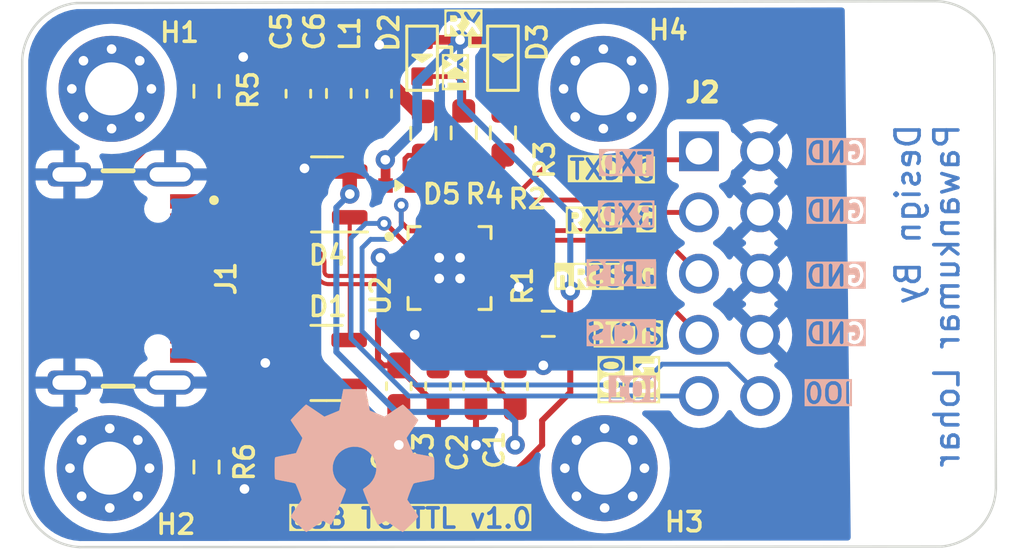
<source format=kicad_pcb>
(kicad_pcb (version 20221018) (generator pcbnew)
  (layers (0 "F.Cu" signal) (31 "B.Cu" signal) (34 "B.Paste" user) (35 "F.Paste" user) (36 "B.SilkS" user "B.Silkscreen") (37 "F.SilkS" user "F.Silkscreen") (38 "B.Mask" user) (39 "F.Mask" user) (44 "Edge.Cuts" user))
  (net 0 "")
  (net 1 "VBUS")
  (net 2 "3.3V")
  (net 3 "Net-(D2-Pad-)")
  (net 4 "GND")
  (net 7 "Net-(D3-Pad-)")
  (net 8 "D+")
  (net 9 "D-")
  (net 10 "nTXT")
  (net 11 "nRXT")
  (net 12 "CC1")
  (net 13 "CC2")
  (net 16 "Net-(C5-Pad1)")
  (net 18 "GPIO0.1")
  (net 19 "GPIO.0")
  (net 20 "nCTS")
  (net 21 "nRTS")
  (net 22 "RXD")
  (net 23 "TXD")
  (net 24 "Net-(D5-K)")
  (net 29 "Net-(U2-~{RST})")
  (footprint "Capacitor_SMD:C_0603_1608Metric_Pad1.08x0.95mm_HandSolder" (layer "F.Cu") (at 152.8572 103.2256 -90)
    (fp_text reference "C4" (at 2.7432 0.6604 90 unlocked) (layer "F.SilkS" knockout) (effects (font (size 0.8 0.8))))
    (fp_text value "C" hide)
    (pad "1" smd roundrect (at -0.8625 0 270) (size 1.075 0.95) (layers "F.Cu" "F.Paste" "F.Mask") (net 2 "3.3V"))
    (pad "2" smd roundrect (at 0.8625 0 270) (size 1.075 0.95) (layers "F.Cu" "F.Paste" "F.Mask") (net 4 "GND"))
  )
  (footprint "Resistor_SMD:R_0603_1608Metric_Pad0.98x0.95mm_HandSolder" (layer "F.Cu") (at 144.8816 106.5803 -90)
    (fp_text reference "R6" (at -0.2051 -1.5748 90 unlocked) (layer "F.SilkS" knockout) (effects (font (size 0.8 0.8))))
    (fp_text value "5.1K" hide)
    (pad "1" smd roundrect (at -0.9125 0 270) (size 0.975 0.95) (layers "F.Cu" "F.Paste" "F.Mask") (net 13 "CC2"))
    (pad "2" smd roundrect (at 0.9125 0 270) (size 0.975 0.95) (layers "F.Cu" "F.Paste" "F.Mask") (net 4 "GND"))
  )
  (footprint "Capacitor_SMD:C_0603_1608Metric_Pad1.08x0.95mm_HandSolder" (layer "F.Cu") (at 156.0576 103.2245 -90)
    (fp_text reference "C2" (at 2.7443 0.762 90 unlocked) (layer "F.SilkS" knockout) (effects (font (size 0.8 0.8))))
    (fp_text value "C" hide)
    (pad "1" smd roundrect (at -0.8625 0 270) (size 1.075 0.95) (layers "F.Cu" "F.Paste" "F.Mask") (net 1 "VBUS"))
    (pad "2" smd roundrect (at 0.8625 0 270) (size 1.075 0.95) (layers "F.Cu" "F.Paste" "F.Mask") (net 4 "GND"))
  )
  (footprint "USB4105GFA120:GCT_USB4105GFA120" (layer "F.Cu") (at 139.192 98.7552 -90)
    (fp_text reference "J1" (at 0 -6.5024 90 unlocked) (layer "F.SilkS" knockout) (effects (font (size 0.8 0.8))))
    (fp_text value "USB4105GFA120" hide)
    (pad "" np_thru_hole circle (at -2.89 -3.68 270) (size 0.65 0.65) (drill 0.65) (layers "*.Cu" "*.Mask"))
    (pad "" np_thru_hole circle (at 2.89 -3.68 270) (size 0.65 0.65) (drill 0.65) (layers "*.Cu" "*.Mask"))
    (pad "A1_B12" smd rect (at -3.2 -4.755 270) (size 0.6 1.15) (layers "F.Cu" "F.Paste" "F.Mask") (net 4 "GND"))
    (pad "A4_B9" smd rect (at -2.4 -4.755 270) (size 0.6 1.15) (layers "F.Cu" "F.Paste" "F.Mask") (net 16 "Net-(C5-Pad1)"))
    (pad "A5" smd rect (at -1.25 -4.755 270) (size 0.3 1.15) (layers "F.Cu" "F.Paste" "F.Mask") (net 12 "CC1"))
    (pad "A6" smd rect (at -0.25 -4.755 270) (size 0.3 1.15) (layers "F.Cu" "F.Paste" "F.Mask") (net 8 "D+"))
    (pad "A7" smd rect (at 0.25 -4.755 270) (size 0.3 1.15) (layers "F.Cu" "F.Paste" "F.Mask") (net 9 "D-"))
    (pad "A8" smd rect (at 1.25 -4.755 270) (size 0.3 1.15) (layers "F.Cu" "F.Paste" "F.Mask"))
    (pad "B1_A12" smd rect (at 3.2 -4.755 270) (size 0.6 1.15) (layers "F.Cu" "F.Paste" "F.Mask") (net 4 "GND"))
    (pad "B4_A9" smd rect (at 2.4 -4.755 270) (size 0.6 1.15) (layers "F.Cu" "F.Paste" "F.Mask"))
    (pad "B5" smd rect (at 1.75 -4.755 270) (size 0.3 1.15) (layers "F.Cu" "F.Paste" "F.Mask") (net 13 "CC2"))
    (pad "B6" smd rect (at 0.75 -4.755 270) (size 0.3 1.15) (layers "F.Cu" "F.Paste" "F.Mask"))
    (pad "B7" smd rect (at -0.75 -4.755 270) (size 0.3 1.15) (layers "F.Cu" "F.Paste" "F.Mask"))
    (pad "B8" smd rect (at -1.75 -4.755 270) (size 0.3 1.15) (layers "F.Cu" "F.Paste" "F.Mask"))
    (pad "SH1" thru_hole oval (at -4.32 -4.18 270) (size 1 2.1) (drill oval 0.6 1.7) (layers "*.Cu" "*.Mask") (net 4 "GND"))
    (pad "SH2" thru_hole oval (at 4.32 -4.18 270) (size 1 2.1) (drill oval 0.6 1.7) (layers "*.Cu" "*.Mask") (net 4 "GND"))
    (pad "SH3" thru_hole roundrect (at -4.32 0 270) (size 1 1.8) (drill oval 0.6 1.4) (layers "*.Cu" "*.Mask") (net 4 "GND"))
    (pad "SH4" thru_hole roundrect (at 4.32 0 270) (size 1 1.8) (drill oval 0.6 1.4) (layers "*.Cu" "*.Mask") (net 4 "GND"))
  )
  (footprint "Resistor_SMD:R_0603_1608Metric_Pad0.98x0.95mm_HandSolder" (layer "F.Cu") (at 155.5496 92.71 -90)
    (fp_text reference "R2" (at 2.7432 -2.6416 unlocked) (layer "F.SilkS" knockout) (effects (font (size 0.8 0.8))))
    (fp_text value "1K" hide)
    (pad "1" smd roundrect (at -0.9125 0 270) (size 0.975 0.95) (layers "F.Cu" "F.Paste" "F.Mask") (net 3 "Net-(D2-Pad-)"))
    (pad "2" smd roundrect (at 0.9125 0 270) (size 0.975 0.95) (layers "F.Cu" "F.Paste" "F.Mask") (net 10 "nTXT"))
  )
  (footprint "MountingHole:MountingHole_2.2mm_M2_Pad_Via" (layer "F.Cu") (at 140.8684 106.6292)
    (fp_text reference "H2" (at 2.7432 2.3368 unlocked) (layer "F.SilkS" knockout) (effects (font (size 0.8 0.8))))
    (fp_text value "MountingHole_Pad" hide)
    (pad "1" thru_hole circle (at -1.65 0) (size 0.7 0.7) (drill 0.4) (layers "*.Cu" "*.Mask"))
    (pad "1" thru_hole circle (at -1.166726 -1.166726) (size 0.7 0.7) (drill 0.4) (layers "*.Cu" "*.Mask"))
    (pad "1" thru_hole circle (at -1.166726 1.166726) (size 0.7 0.7) (drill 0.4) (layers "*.Cu" "*.Mask"))
    (pad "1" thru_hole circle (at 0 -1.65) (size 0.7 0.7) (drill 0.4) (layers "*.Cu" "*.Mask"))
    (pad "1" thru_hole circle (at 0 0) (size 4.4 4.4) (drill 2.2) (layers "*.Cu" "*.Mask"))
    (pad "1" thru_hole circle (at 0 1.65) (size 0.7 0.7) (drill 0.4) (layers "*.Cu" "*.Mask"))
    (pad "1" thru_hole circle (at 1.166726 -1.166726) (size 0.7 0.7) (drill 0.4) (layers "*.Cu" "*.Mask"))
    (pad "1" thru_hole circle (at 1.166726 1.166726) (size 0.7 0.7) (drill 0.4) (layers "*.Cu" "*.Mask"))
    (pad "1" thru_hole circle (at 1.65 0) (size 0.7 0.7) (drill 0.4) (layers "*.Cu" "*.Mask"))
  )
  (footprint "Resistor_SMD:R_0603_1608Metric_Pad0.98x0.95mm_HandSolder" (layer "F.Cu") (at 153.8732 92.7315 90)
    (fp_text reference "R4" (at -2.5185 2.54 unlocked) (layer "F.SilkS" knockout) (effects (font (size 0.8 0.8))))
    (fp_text value "1K" hide)
    (pad "1" smd roundrect (at -0.9125 0 90) (size 0.975 0.95) (layers "F.Cu" "F.Paste" "F.Mask") (net 24 "Net-(D5-K)"))
    (pad "2" smd roundrect (at 0.9125 0 90) (size 0.975 0.95) (layers "F.Cu" "F.Paste" "F.Mask") (net 4 "GND"))
  )
  (footprint "LED-SMD-RED-DIFFUSED_0603_:LED-0603" (layer "F.Cu") (at 153.8224 89.6112 -90)
    (fp_text reference "D2" (at -1.0668 1.3716 90 unlocked) (layer "F.SilkS" knockout) (effects (font (size 0.8 0.8))))
    (fp_text value "LED-SMD-RED-DIFFUSED_0603_" hide)
    (pad "+" smd roundrect (at -0.762 0 270) (size 0.762 0.889) (layers "F.Cu" "F.Paste" "F.Mask") (roundrect_rratio 0.11) (net 2 "3.3V"))
    (pad "-" smd roundrect (at 0.762 0 270) (size 0.762 0.889) (layers "F.Cu" "F.Paste" "F.Mask") (roundrect_rratio 0.11) (net 3 "Net-(D2-Pad-)"))
  )
  (footprint "Inductor_SMD:L_0603_1608Metric_Pad1.05x0.95mm_HandSolder" (layer "F.Cu") (at 150.368 91.073 -90)
    (fp_text reference "L1" (at -2.4778 -0.4572 90 unlocked) (layer "F.SilkS" knockout) (effects (font (size 0.8 0.8))))
    (fp_text value "L_Ferrite" hide)
    (pad "1" smd roundrect (at -0.875 0 270) (size 1.05 0.95) (layers "F.Cu" "F.Paste" "F.Mask") (net 16 "Net-(C5-Pad1)"))
    (pad "2" smd roundrect (at 0.875 0 270) (size 1.05 0.95) (layers "F.Cu" "F.Paste" "F.Mask") (net 1 "VBUS"))
  )
  (footprint "CP2102N-A02-GQFN20R:SILABS_CP2102N-A02-GQFN20R" (layer "F.Cu") (at 154.9615 98.3195)
    (fp_text reference "U2" (at -2.8663 1.1469 90 unlocked) (layer "F.SilkS" knockout) (effects (font (size 0.8 0.8))))
    (fp_text value "CP2102N-Axx-xQFN20" hide)
    (pad "1" smd rect (at -1.2588 -1.5406) (size 0.2824 0.8812) (layers "F.Cu" "F.Paste" "F.Mask") (net 18 "GPIO0.1"))
    (pad "2" smd rect (at -1.55 -0.75) (size 0.9 0.3) (layers "F.Cu" "F.Paste" "F.Mask") (net 19 "GPIO.0"))
    (pad "3" smd rect (at -1.55 -0.25) (size 0.9 0.3) (layers "F.Cu" "F.Paste" "F.Mask") (net 4 "GND"))
    (pad "4" smd rect (at -1.55 0.25) (size 0.9 0.3) (layers "F.Cu" "F.Paste" "F.Mask") (net 8 "D+"))
    (pad "5" smd rect (at -1.55 0.75) (size 0.9 0.3) (layers "F.Cu" "F.Paste" "F.Mask") (net 9 "D-"))
    (pad "6" smd rect (at -1.25 1.5533) (size 0.3 0.9066) (layers "F.Cu" "F.Paste" "F.Mask") (net 2 "3.3V"))
    (pad "7" smd rect (at -0.75 1.55 90) (size 0.9 0.3) (layers "F.Cu" "F.Paste" "F.Mask") (net 1 "VBUS"))
    (pad "8" smd rect (at -0.25 1.55 90) (size 0.9 0.3) (layers "F.Cu" "F.Paste" "F.Mask") (net 1 "VBUS"))
    (pad "9" smd rect (at 0.25 1.55 90) (size 0.9 0.3) (layers "F.Cu" "F.Paste" "F.Mask") (net 29 "Net-(U2-~{RST})"))
    (pad "10" smd rect (at 0.75 1.55 90) (size 0.9 0.3) (layers "F.Cu" "F.Paste" "F.Mask"))
    (pad "11" smd rect (at 1.2485 1.5533 90) (size 0.9066 0.297) (layers "F.Cu" "F.Paste" "F.Mask"))
    (pad "12" smd rect (at 1.55 0.75 180) (size 0.9 0.3) (layers "F.Cu" "F.Paste" "F.Mask") (net 4 "GND"))
    (pad "13" smd rect (at 1.55 0.25 180) (size 0.9 0.3) (layers "F.Cu" "F.Paste" "F.Mask"))
    (pad "14" smd rect (at 1.55 -0.25 180) (size 0.9 0.3) (layers "F.Cu" "F.Paste" "F.Mask"))
    (pad "15" smd rect (at 1.55 -0.75 180) (size 0.9 0.3) (layers "F.Cu" "F.Paste" "F.Mask") (net 20 "nCTS"))
    (pad "16" smd rect (at 1.2485 -1.5533 180) (size 0.297 0.9066) (layers "F.Cu" "F.Paste" "F.Mask") (net 21 "nRTS"))
    (pad "17" smd rect (at 0.75 -1.55 270) (size 0.9 0.3) (layers "F.Cu" "F.Paste" "F.Mask") (net 22 "RXD"))
    (pad "18" smd rect (at 0.25 -1.55 270) (size 0.9 0.3) (layers "F.Cu" "F.Paste" "F.Mask") (net 23 "TXD"))
    (pad "19" smd rect (at -0.25 -1.55 270) (size 0.9 0.3) (layers "F.Cu" "F.Paste" "F.Mask") (net 11 "nRXT"))
    (pad "20" smd rect (at -0.75 -1.55 270) (size 0.9 0.3) (layers "F.Cu" "F.Paste" "F.Mask") (net 10 "nTXT"))
    (pad "21" smd rect (at 0 0 270) (size 1.8 1.8) (layers "F.Cu" "F.Mask") (net 4 "GND"))
  )
  (footprint "LED_5988A80107F:LED_5988A80107F" (layer "F.Cu") (at 152.8572 94.8944)
    (fp_text reference "D5" (at 1.778 0.3556 unlocked) (layer "F.SilkS" knockout) (effects (font (size 0.8 0.8))))
    (fp_text value "5988A80107F" hide)
    (pad "1" smd rect (at 0.55 0) (size 0.6 0.6) (layers "F.Cu" "F.Paste" "F.Mask") (net 24 "Net-(D5-K)"))
    (pad "2" smd rect (at -0.55 0) (size 0.6 0.6) (layers "F.Cu" "F.Paste" "F.Mask") (net 2 "3.3V"))
  )
  (footprint "Resistor_SMD:R_0603_1608Metric_Pad0.98x0.95mm_HandSolder" (layer "F.Cu") (at 144.8816 90.9828 90)
    (fp_text reference "R5" (at 0.0508 1.7272 90 unlocked) (layer "F.SilkS" knockout) (effects (font (size 0.8 0.8))))
    (fp_text value "5.1K" hide)
    (pad "1" smd roundrect (at -0.9125 0 90) (size 0.975 0.95) (layers "F.Cu" "F.Paste" "F.Mask") (net 12 "CC1"))
    (pad "2" smd roundrect (at 0.9125 0 90) (size 0.975 0.95) (layers "F.Cu" "F.Paste" "F.Mask") (net 4 "GND"))
  )
  (footprint "MountingHole:MountingHole_2.2mm_M2_Pad_Via" (layer "F.Cu") (at 161.393274 106.630874)
    (fp_text reference "H3" (at 3.300326 2.233526 unlocked) (layer "F.SilkS" knockout) (effects (font (size 0.8 0.8))))
    (fp_text value "MountingHole_Pad" hide)
    (pad "1" thru_hole circle (at -1.65 0) (size 0.7 0.7) (drill 0.4) (layers "*.Cu" "*.Mask"))
    (pad "1" thru_hole circle (at -1.166726 -1.166726) (size 0.7 0.7) (drill 0.4) (layers "*.Cu" "*.Mask"))
    (pad "1" thru_hole circle (at -1.166726 1.166726) (size 0.7 0.7) (drill 0.4) (layers "*.Cu" "*.Mask"))
    (pad "1" thru_hole circle (at 0 -1.65) (size 0.7 0.7) (drill 0.4) (layers "*.Cu" "*.Mask"))
    (pad "1" thru_hole circle (at 0 0) (size 4.4 4.4) (drill 2.2) (layers "*.Cu" "*.Mask"))
    (pad "1" thru_hole circle (at 0 1.65) (size 0.7 0.7) (drill 0.4) (layers "*.Cu" "*.Mask"))
    (pad "1" thru_hole circle (at 1.166726 -1.166726) (size 0.7 0.7) (drill 0.4) (layers "*.Cu" "*.Mask"))
    (pad "1" thru_hole circle (at 1.166726 1.166726) (size 0.7 0.7) (drill 0.4) (layers "*.Cu" "*.Mask"))
    (pad "1" thru_hole circle (at 1.65 0) (size 0.7 0.7) (drill 0.4) (layers "*.Cu" "*.Mask"))
  )
  (footprint "LIB_61201021721:SHDRRA10W64P254X254_2X5_2036X885X910P" (layer "F.Cu") (at 165.3032 93.472 -90)
    (fp_text reference "J2" (at -2.4384 -0.1524 unlocked) (layer "F.SilkS" knockout) (effects (font (size 0.8 0.8) (thickness 0.2))))
    (fp_text value "61201021721" hide)
    (pad "1" thru_hole rect (at 0 0 270) (size 1.65 1.65) (drill 1.1) (layers "*.Cu" "*.Mask") (net 23 "TXD"))
    (pad "2" thru_hole circle (at 0 -2.54 270) (size 1.65 1.65) (drill 1.1) (layers "*.Cu" "*.Mask") (net 4 "GND"))
    (pad "3" thru_hole circle (at 2.54 0 270) (size 1.65 1.65) (drill 1.1) (layers "*.Cu" "*.Mask") (net 22 "RXD"))
    (pad "4" thru_hole circle (at 2.54 -2.54 270) (size 1.65 1.65) (drill 1.1) (layers "*.Cu" "*.Mask") (net 4 "GND"))
    (pad "5" thru_hole circle (at 5.08 0 270) (size 1.65 1.65) (drill 1.1) (layers "*.Cu" "*.Mask") (net 21 "nRTS"))
    (pad "6" thru_hole circle (at 5.08 -2.54 270) (size 1.65 1.65) (drill 1.1) (layers "*.Cu" "*.Mask") (net 4 "GND"))
    (pad "7" thru_hole circle (at 7.62 0 270) (size 1.65 1.65) (drill 1.1) (layers "*.Cu" "*.Mask") (net 20 "nCTS"))
    (pad "8" thru_hole circle (at 7.62 -2.54 270) (size 1.65 1.65) (drill 1.1) (layers "*.Cu" "*.Mask") (net 4 "GND"))
    (pad "9" thru_hole circle (at 10.16 0 270) (size 1.65 1.65) (drill 1.1) (layers "*.Cu" "*.Mask") (net 19 "GPIO.0"))
    (pad "10" thru_hole circle (at 10.16 -2.54 270) (size 1.65 1.65) (drill 1.1) (layers "*.Cu" "*.Mask") (net 18 "GPIO0.1"))
  )
  (footprint "Capacitor_SMD:C_0603_1608Metric_Pad1.08x0.95mm_HandSolder" (layer "F.Cu") (at 152.0444 91.0844 90)
    (fp_text reference "C6" (at 2.5908 -2.6924 90 unlocked) (layer "F.SilkS" knockout) (effects (font (size 0.8 0.8))))
    (fp_text value "C" hide)
    (pad "1" smd roundrect (at -0.8625 0 90) (size 1.075 0.95) (layers "F.Cu" "F.Paste" "F.Mask") (net 1 "VBUS"))
    (pad "2" smd roundrect (at 0.8625 0 90) (size 1.075 0.95) (layers "F.Cu" "F.Paste" "F.Mask") (net 4 "GND"))
  )
  (footprint "Resistor_SMD:R_0603_1608Metric_Pad0.98x0.95mm_HandSolder" (layer "F.Cu") (at 157.1752 92.71 -90)
    (fp_text reference "R3" (at 1.1176 -1.7272 90 unlocked) (layer "F.SilkS" knockout) (effects (font (size 0.8 0.8))))
    (fp_text value "1K" hide)
    (pad "1" smd roundrect (at -0.9125 0 270) (size 0.975 0.95) (layers "F.Cu" "F.Paste" "F.Mask") (net 7 "Net-(D3-Pad-)"))
    (pad "2" smd roundrect (at 0.9125 0 270) (size 0.975 0.95) (layers "F.Cu" "F.Paste" "F.Mask") (net 11 "nRXT"))
  )
  (footprint "Resistor_SMD:R_0603_1608Metric_Pad0.98x0.95mm_HandSolder" (layer "F.Cu") (at 159.0548 100.6348 180)
    (fp_text reference "R1" (at 1.0668 1.5748 90 unlocked) (layer "F.SilkS" knockout) (effects (font (size 0.8 0.8))))
    (fp_text value "1K" hide)
    (pad "1" smd roundrect (at -0.9125 0 180) (size 0.975 0.95) (layers "F.Cu" "F.Paste" "F.Mask") (net 2 "3.3V"))
    (pad "2" smd roundrect (at 0.9125 0 180) (size 0.975 0.95) (layers "F.Cu" "F.Paste" "F.Mask") (net 29 "Net-(U2-~{RST})"))
  )
  (footprint "MountingHole:MountingHole_2.2mm_M2_Pad_Via" (layer "F.Cu") (at 140.9456 90.882874)
    (fp_text reference "H1" (at 2.8184 -2.338474 unlocked) (layer "F.SilkS" knockout) (effects (font (size 0.8 0.8))))
    (fp_text value "MountingHole_Pad" hide)
    (pad "1" thru_hole circle (at -1.65 0) (size 0.7 0.7) (drill 0.4) (layers "*.Cu" "*.Mask"))
    (pad "1" thru_hole circle (at -1.166726 -1.166726) (size 0.7 0.7) (drill 0.4) (layers "*.Cu" "*.Mask"))
    (pad "1" thru_hole circle (at -1.166726 1.166726) (size 0.7 0.7) (drill 0.4) (layers "*.Cu" "*.Mask"))
    (pad "1" thru_hole circle (at 0 -1.65) (size 0.7 0.7) (drill 0.4) (layers "*.Cu" "*.Mask"))
    (pad "1" thru_hole circle (at 0 0) (size 4.4 4.4) (drill 2.2) (layers "*.Cu" "*.Mask"))
    (pad "1" thru_hole circle (at 0 1.65) (size 0.7 0.7) (drill 0.4) (layers "*.Cu" "*.Mask"))
    (pad "1" thru_hole circle (at 1.166726 -1.166726) (size 0.7 0.7) (drill 0.4) (layers "*.Cu" "*.Mask"))
    (pad "1" thru_hole circle (at 1.166726 1.166726) (size 0.7 0.7) (drill 0.4) (layers "*.Cu" "*.Mask"))
    (pad "1" thru_hole circle (at 1.65 0) (size 0.7 0.7) (drill 0.4) (layers "*.Cu" "*.Mask"))
  )
  (footprint "Capacitor_SMD:C_0603_1608Metric_Pad1.08x0.95mm_HandSolder" (layer "F.Cu") (at 148.6916 91.0855 -90)
    (fp_text reference "C5" (at -2.5919 0.7112 90 unlocked) (layer "F.SilkS" knockout) (effects (font (size 0.8 0.8))))
    (fp_text value "C" hide)
    (pad "1" smd roundrect (at -0.8625 0 270) (size 1.075 0.95) (layers "F.Cu" "F.Paste" "F.Mask") (net 16 "Net-(C5-Pad1)"))
    (pad "2" smd roundrect (at 0.8625 0 270) (size 1.075 0.95) (layers "F.Cu" "F.Paste" "F.Mask") (net 4 "GND"))
  )
  (footprint "Capacitor_SMD:C_0603_1608Metric_Pad1.08x0.95mm_HandSolder" (layer "F.Cu") (at 154.4828 103.2256 90)
    (fp_text reference "C3" (at -2.6924 -0.6096 90 unlocked) (layer "F.SilkS" knockout) (effects (font (size 0.8 0.8))))
    (fp_text value "C" hide)
    (pad "1" smd roundrect (at -0.8625 0 90) (size 1.075 0.95) (layers "F.Cu" "F.Paste" "F.Mask") (net 2 "3.3V"))
    (pad "2" smd roundrect (at 0.8625 0 90) (size 1.075 0.95) (layers "F.Cu" "F.Paste" "F.Mask") (net 4 "GND"))
  )
  (footprint "MountingHole:MountingHole_2.2mm_M2_Pad_Via" (layer "F.Cu") (at 161.3408 90.882874)
    (fp_text reference "H4" (at 2.6924 -2.440074 unlocked) (layer "F.SilkS" knockout) (effects (font (size 0.8 0.8))))
    (fp_text value "MountingHole_Pad" hide)
    (pad "1" thru_hole circle (at -1.65 0) (size 0.7 0.7) (drill 0.4) (layers "*.Cu" "*.Mask"))
    (pad "1" thru_hole circle (at -1.166726 -1.166726) (size 0.7 0.7) (drill 0.4) (layers "*.Cu" "*.Mask"))
    (pad "1" thru_hole circle (at -1.166726 1.166726) (size 0.7 0.7) (drill 0.4) (layers "*.Cu" "*.Mask"))
    (pad "1" thru_hole circle (at 0 -1.65) (size 0.7 0.7) (drill 0.4) (layers "*.Cu" "*.Mask"))
    (pad "1" thru_hole circle (at 0 0) (size 4.4 4.4) (drill 2.2) (layers "*.Cu" "*.Mask"))
    (pad "1" thru_hole circle (at 0 1.65) (size 0.7 0.7) (drill 0.4) (layers "*.Cu" "*.Mask"))
    (pad "1" thru_hole circle (at 1.166726 -1.166726) (size 0.7 0.7) (drill 0.4) (layers "*.Cu" "*.Mask"))
    (pad "1" thru_hole circle (at 1.166726 1.166726) (size 0.7 0.7) (drill 0.4) (layers "*.Cu" "*.Mask"))
    (pad "1" thru_hole circle (at 1.65 0) (size 0.7 0.7) (drill 0.4) (layers "*.Cu" "*.Mask"))
  )
  (footprint "Package_TO_SOT_SMD:SOT-23" (layer "F.Cu") (at 149.86 102.2604 180)
    (fp_text reference "D1" (at -0.0508 2.3368 unlocked) (layer "F.SilkS" knockout) (effects (font (size 0.8 0.8))))
    (fp_text value "SM712_SOT23" hide)
    (pad "1" smd roundrect (at -0.9375 -0.95 180) (size 1.475 0.6) (layers "F.Cu" "F.Paste" "F.Mask"))
    (pad "2" smd roundrect (at -0.9375 0.95 180) (size 1.475 0.6) (layers "F.Cu" "F.Paste" "F.Mask") (net 9 "D-"))
    (pad "3" smd roundrect (at 0.9375 0 180) (size 1.475 0.6) (layers "F.Cu" "F.Paste" "F.Mask") (net 4 "GND"))
  )
  (footprint "Capacitor_SMD:C_0603_1608Metric_Pad1.08x0.95mm_HandSolder" (layer "F.Cu") (at 157.6832 103.2256 90)
    (fp_text reference "C1" (at -2.6416 -0.8636 90 unlocked) (layer "F.SilkS" knockout) (effects (font (size 0.8 0.8))))
    (fp_text value "C" hide)
    (pad "1" smd roundrect (at -0.8625 0 90) (size 1.075 0.95) (layers "F.Cu" "F.Paste" "F.Mask") (net 1 "VBUS"))
    (pad "2" smd roundrect (at 0.8625 0 90) (size 1.075 0.95) (layers "F.Cu" "F.Paste" "F.Mask") (net 4 "GND"))
  )
  (footprint "LED-SMD-RED-DIFFUSED_0603_:LED-0603" (layer "F.Cu") (at 157.1752 89.6112 -90)
    (fp_text reference "D3" (at -0.6604 -1.4224 90 unlocked) (layer "F.SilkS" knockout) (effects (font (size 0.8 0.8))))
    (fp_text value "LED-SMD-RED-DIFFUSED_0603_" hide)
    (pad "+" smd roundrect (at -0.762 0 270) (size 0.762 0.889) (layers "F.Cu" "F.Paste" "F.Mask") (roundrect_rratio 0.11) (net 2 "3.3V"))
    (pad "-" smd roundrect (at 0.762 0 270) (size 0.762 0.889) (layers "F.Cu" "F.Paste" "F.Mask") (roundrect_rratio 0.11) (net 7 "Net-(D3-Pad-)"))
  )
  (footprint "Package_TO_SOT_SMD:SOT-23" (layer "F.Cu") (at 149.8831 95.2652 180)
    (fp_text reference "D4" (at -0.0277 -2.5248 unlocked) (layer "F.SilkS" knockout) (effects (font (size 0.8 0.8))))
    (fp_text value "SM712_SOT23" hide)
    (pad "1" smd roundrect (at -0.9375 -0.95 180) (size 1.475 0.6) (layers "F.Cu" "F.Paste" "F.Mask") (net 8 "D+"))
    (pad "2" smd roundrect (at -0.9375 0.95 180) (size 1.475 0.6) (layers "F.Cu" "F.Paste" "F.Mask") (net 1 "VBUS"))
    (pad "3" smd roundrect (at 0.9375 0 180) (size 1.475 0.6) (layers "F.Cu" "F.Paste" "F.Mask") (net 4 "GND"))
  )
  (footprint "Symbol:OSHW-Symbol_6.7x6mm_SilkScreen" (layer "B.Cu") (at 151.0284 106.3244 180)
    (fp_text reference "REF**" hide)
    (fp_text value "OSHW-Symbol_6.7x6mm_SilkScreen" hide)
  )
  (gr_line (start 155.0416 89.154) (end 155.0416 89.408) (stroke (width 0.15)) (layer "F.SilkS"))
  (gr_line (start 155.8036 88.7476) (end 155.8036 89.1032) (stroke (width 0.15)) (layer "F.SilkS"))
  (gr_line (start 154.5336 89.154) (end 155.0416 89.154) (stroke (width 0.15)) (layer "F.SilkS"))
  (gr_line (start 155.8036 89.1032) (end 156.5148 89.1032) (stroke (width 0.15)) (layer "F.SilkS"))
  (gr_arc (start 175.170073 87.244098) (mid 176.78181 87.925311) (end 177.555621 89.494694) (stroke (width 0.1)) (layer "Edge.Cuts"))
  (gr_line (start 177.555621 89.494694) (end 177.620964 107.520426) (stroke (width 0.1)) (layer "Edge.Cuts"))
  (gr_line (start 139.621572 109.904563) (end 175.387 109.8804) (stroke (width 0.1)) (layer "Edge.Cuts"))
  (gr_arc (start 139.621572 109.904563) (mid 138.0236 109.22) (end 137.257319 107.65956) (stroke (width 0.1)) (layer "Edge.Cuts"))
  (gr_line (start 137.237433 89.685172) (end 137.257319 107.65956) (stroke (width 0.1)) (layer "Edge.Cuts"))
  (gr_arc (start 177.617873 107.520271) (mid 176.938083 109.112123) (end 175.387 109.8804) (stroke (width 0.1)) (layer "Edge.Cuts"))
  (gr_arc (start 137.237433 89.685172) (mid 137.922 88.0872) (end 139.482436 87.320919) (stroke (width 0.1)) (layer "Edge.Cuts"))
  (gr_line (start 139.482436 87.320919) (end 175.170073 87.244098) (stroke (width 0.1)) (layer "Edge.Cuts"))
  (gr_text "Design By \nPawankumar Lohar" (at 176.1744 92.2528 90) (layer "B.Cu") (effects (font (size 1 1)) (justify left bottom mirror)))
  (gr_text "GND\n" (at 170.9928 101.0412) (layer "B.SilkS" knockout) (effects (font (size 0.8 0.8)) (justify mirror)))
  (gr_text "IO1" (at 162.56 103.378) (layer "B.SilkS" knockout) (effects (font (size 0.8 0.8)) (justify mirror)))
  (gr_text "GND\n" (at 170.9928 93.5228) (layer "B.SilkS" knockout) (effects (font (size 0.8 0.8)) (justify mirror)))
  (gr_text "GND\n" (at 170.9928 98.6536) (layer "B.SilkS" knockout) (effects (font (size 0.8 0.8)) (justify mirror)))
  (gr_text "GND\n" (at 170.9928 95.9612) (layer "B.SilkS" knockout) (effects (font (size 0.8 0.8)) (justify mirror)))
  (gr_text "nCTS" (at 162.1028 101.0412) (layer "B.SilkS" knockout) (effects (font (size 0.8 0.8)) (justify mirror)))
  (gr_text "nRTS" (at 162.1028 98.552) (layer "B.SilkS" knockout) (effects (font (size 0.8 0.8)) (justify mirror)))
  (gr_text "IO0" (at 170.688 103.5304) (layer "B.SilkS" knockout) (effects (font (size 0.8 0.8)) (justify mirror)))
  (gr_text "TXD" (at 162.2552 93.98) (layer "B.SilkS" knockout) (effects (font (size 0.8 0.8)) (justify mirror)))
  (gr_text "RXD" (at 162.306 96.1136) (layer "B.SilkS" knockout) (effects (font (size 0.8 0.8)) (justify mirror)))
  (gr_text "TX" (at 155.2448 90.17 90) (layer "F.SilkS" knockout) (effects (font (size 0.8 0.8))))
  (gr_text "nCTS" (at 162.3568 101.092) (layer "F.SilkS" knockout) (effects (font (size 0.8 0.8))))
  (gr_text "IO1" (at 163.1696 102.9716 90) (layer "F.SilkS" knockout) (effects (font (size 0.8 0.8))))
  (gr_text "G\n" (at 163.068 94.2848) (layer "F.SilkS" knockout) (effects (font (size 0.8 0.8))))
  (gr_text "USB TO TTL v1.0" (at 153.3144 108.712) (layer "F.SilkS" knockout) (effects (font (size 0.8 0.8))))
  (gr_text "TXD" (at 161.036 94.234) (layer "F.SilkS" knockout) (effects (font (size 0.8 0.8))))
  (gr_text "RXD" (at 160.9344 96.3676) (layer "F.SilkS" knockout) (effects (font (size 0.8 0.8))))
  (gr_text "IO0" (at 161.6964 102.9716 90) (layer "F.SilkS" knockout) (effects (font (size 0.8 0.8))))
  (gr_text "nRTS" (at 160.7312 98.7044) (layer "F.SilkS" knockout) (effects (font (size 0.8 0.8))))
  (gr_text "RX" (at 155.4988 88.1888) (layer "F.SilkS" knockout) (effects (font (size 0.8 0.8))))
  (gr_text "G\n" (at 163.1188 96.3168) (layer "F.SilkS" knockout) (effects (font (size 0.8 0.8))))
  (gr_text "G\n" (at 163.1188 98.6536) (layer "F.SilkS" knockout) (effects (font (size 0.8 0.8))))
  (segment (start 155.7528 101.346) (end 156.0576 101.6508) (width 0.25) (layer "F.Cu") (net 1))
  (segment (start 150.8206 94.3152) (end 150.8206 95.2454) (width 0.6) (layer "F.Cu") (net 1))
  (segment (start 156.0576 102.362) (end 156.0576 102.4625) (width 0.25) (layer "F.Cu") (net 1))
  (segment (start 152.0433 91.948) (end 152.0444 91.9469) (width 0.6) (layer "F.Cu") (net 1))
  (segment (start 152.0444 91.9469) (end 151.2327 91.9469) (width 0.6) (layer "F.Cu") (net 1))
  (segment (start 154.2115 101.0239) (end 154.5336 101.346) (width 0.25) (layer "F.Cu") (net 1))
  (segment (start 156.0576 101.6508) (end 156.0576 102.362) (width 0.25) (layer "F.Cu") (net 1))
  (segment (start 150.368 91.948) (end 150.368 93.1164) (width 0.6) (layer "F.Cu") (net 1))
  (segment (start 154.5336 101.346) (end 155.7528 101.346) (width 0.25) (layer "F.Cu") (net 1))
  (segment (start 150.8206 95.2454) (end 150.8252 95.25) (width 0.6) (layer "F.Cu") (net 1))
  (segment (start 156.0576 102.4625) (end 157.6832 104.0881) (width 0.25) (layer "F.Cu") (net 1))
  (segment (start 154.2115 99.8695) (end 154.7115 99.8695) (width 0.25) (layer "F.Cu") (net 1))
  (segment (start 150.368 93.1164) (end 150.8206 93.569) (width 0.6) (layer "F.Cu") (net 1))
  (segment (start 150.8206 93.569) (end 150.8206 94.3152) (width 0.6) (layer "F.Cu") (net 1))
  (segment (start 157.6832 104.0881) (end 157.6832 105.664) (width 0.25) (layer "F.Cu") (net 1))
  (segment (start 154.2115 99.8695) (end 154.2115 101.0239) (width 0.25) (layer "F.Cu") (net 1))
  (segment (start 150.368 91.948) (end 152.0433 91.948) (width 0.6) (layer "F.Cu") (net 1))
  (via (at 157.6832 105.664) (size 0.8) (drill 0.4) (layers "F.Cu" "B.Cu") (net 1))
  (via (at 150.8252 95.25) (size 0.8) (drill 0.4) (layers "F.Cu" "B.Cu") (net 1))
  (segment (start 150.2664 95.8088) (end 150.8252 95.25) (width 0.25) (layer "B.Cu") (net 1))
  (segment (start 152.7556 104.2924) (end 150.2664 101.8032) (width 0.25) (layer "B.Cu") (net 1))
  (segment (start 157.6832 104.6988) (end 157.2768 104.2924) (width 0.25) (layer "B.Cu") (net 1))
  (segment (start 150.2664 101.8032) (end 150.2664 95.8088) (width 0.25) (layer "B.Cu") (net 1))
  (segment (start 157.6832 105.664) (end 157.6832 104.6988) (width 0.25) (layer "B.Cu") (net 1))
  (segment (start 157.2768 104.2924) (end 152.7556 104.2924) (width 0.25) (layer "B.Cu") (net 1))
  (segment (start 152.1979 102.3631) (end 151.9936 102.1588) (width 0.25) (layer "F.Cu") (net 2))
  (segment (start 159.9673 100.6348) (end 159.9673 103.4815) (width 0.25) (layer "F.Cu") (net 2))
  (segment (start 152.6032 99.8728) (end 153.7115 99.8728) (width 0.25) (layer "F.Cu") (net 2))
  (segment (start 152.3072 93.8872) (end 152.2984 93.8784) (width 0.4) (layer "F.Cu") (net 2))
  (segment (start 157.4292 107.0356) (end 155.4988 107.0356) (width 0.25) (layer "F.Cu") (net 2))
  (segment (start 153.8224 88.8492) (end 155.3972 88.8492) (width 0.4) (layer "F.Cu") (net 2))
  (segment (start 152.2984 93.8784) (end 152.2984 93.8276) (width 0.4) (layer "F.Cu") (net 2))
  (segment (start 157.1752 88.8492) (end 155.3972 88.8492) (width 0.4) (layer "F.Cu") (net 2))
  (segment (start 152.8572 102.4625) (end 154.4828 104.0881) (width 0.25) (layer "F.Cu") (net 2))
  (segment (start 151.9936 100.4824) (end 152.6032 99.8728) (width 0.25) (layer "F.Cu") (net 2))
  (segment (start 159.9692 99.2632) (end 159.9673 99.2651) (width 0.25) (layer "F.Cu") (net 2))
  (segment (start 152.8572 102.3631) (end 152.1979 102.3631) (width 0.25) (layer "F.Cu") (net 2))
  (segment (start 152.2984 93.8276) (end 152.2476 93.8276) (width 0.4) (layer "F.Cu") (net 2))
  (segment (start 151.9936 102.1588) (end 151.9936 100.4824) (width 0.25) (layer "F.Cu") (net 2))
  (segment (start 152.8572 102.3631) (end 152.8572 102.4625) (width 0.25) (layer "F.Cu") (net 2))
  (segment (start 155.4988 107.0356) (end 154.4828 106.0196) (width 0.25) (layer "F.Cu") (net 2))
  (segment (start 154.4828 106.0196) (end 154.4828 104.0881) (width 0.25) (layer "F.Cu") (net 2))
  (segment (start 152.2476 93.8276) (end 152.2984 93.8784) (width 0.4) (layer "F.Cu") (net 2))
  (segment (start 158.8008 105.664) (end 157.4292 107.0356) (width 0.25) (layer "F.Cu") (net 2))
  (segment (start 158.8008 104.648) (end 158.8008 105.664) (width 0.25) (layer "F.Cu") (net 2))
  (segment (start 159.9673 103.4815) (end 158.8008 104.648) (width 0.25) (layer "F.Cu") (net 2))
  (segment (start 159.9673 100.6348) (end 159.9673 99.2651) (width 0.25) (layer "F.Cu") (net 2))
  (segment (start 152.3072 94.7928) (end 152.3072 93.8872) (width 0.4) (layer "F.Cu") (net 2))
  (via (at 155.3972 88.8492) (size 0.8) (drill 0.4) (layers "F.Cu" "B.Cu") (net 2))
  (via (at 159.9692 99.2632) (size 0.8) (drill 0.4) (layers "F.Cu" "B.Cu") (net 2))
  (via (at 152.2984 93.8276) (size 0.8) (drill 0.4) (layers "F.Cu" "B.Cu") (net 2))
  (segment (start 155.3972 88.8492) (end 153.6192 90.6272) (width 0.4) (layer "B.Cu") (net 2))
  (segment (start 153.6192 92.5068) (end 152.2984 93.8276) (width 0.4) (layer "B.Cu") (net 2))
  (segment (start 153.6192 90.6272) (end 153.6192 92.5068) (width 0.4) (layer "B.Cu") (net 2))
  (segment (start 159.9692 96.0628) (end 155.3972 91.4908) (width 0.25) (layer "B.Cu") (net 2))
  (segment (start 159.9692 99.2632) (end 159.9692 96.0628) (width 0.25) (layer "B.Cu") (net 2))
  (segment (start 155.3972 91.4908) (end 155.3972 88.8492) (width 0.25) (layer "B.Cu") (net 2))
  (segment (start 155.2448 90.3732) (end 155.5496 90.678) (width 0.2) (layer "F.Cu") (net 3))
  (segment (start 153.8224 90.3732) (end 155.2448 90.3732) (width 0.2) (layer "F.Cu") (net 3))
  (segment (start 155.5496 90.678) (end 155.5496 91.7975) (width 0.2) (layer "F.Cu") (net 3))
  (segment (start 153.4115 98.0695) (end 152.2731 98.0695) (width 0.2) (layer "F.Cu") (net 4))
  (segment (start 145.1356 95.3008) (end 145.1356 94.6912) (width 0.2) (layer "F.Cu") (net 4))
  (segment (start 158.8516 102.362) (end 158.9024 102.362) (width 0.25) (layer "F.Cu") (net 4))
  (segment (start 152.0444 90.2219) (end 152.0444 89.0524) (width 0.6) (layer "F.Cu") (net 4))
  (segment (start 145.1356 94.6912) (end 144.8796 94.4352) (width 0.2) (layer "F.Cu") (net 4))
  (segment (start 144.9828 101.9552) (end 145.2372 102.2096) (width 0.2) (layer "F.Cu") (net 4))
  (segment (start 157.7943 99.0695) (end 156.5115 99.0695) (width 0.2) (layer "F.Cu") (net 4))
  (segment (start 158.6981 102.3631) (end 158.6992 102.362) (width 0.25) (layer "F.Cu") (net 4))
  (segment (start 152.2731 98.0695) (end 152.0952 97.8916) (width 0.2) (layer "F.Cu") (net 4))
  (segment (start 144.9832 103.124) (end 143.4208 103.124) (width 0.2) (layer "F.Cu") (net 4))
  (segment (start 148.6916 91.948) (end 148.6916 92.8116) (width 0.3) (layer "F.Cu") (net 4))
  (segment (start 143.947 101.9552) (end 144.9828 101.9552) (width 0.2) (layer "F.Cu") (net 4))
  (segment (start 148.9225 102.2604) (end 147.32 102.2604) (width 0.3) (layer "F.Cu") (net 4))
  (segment (start 156.0576 104.0881) (end 156.0576 105.664) (width 0.25) (layer "F.Cu") (net 4))
  (segment (start 145.9973 90.0703) (end 146.4056 89.662) (width 0.25) (layer "F.Cu") (net 4))
  (segment (start 153.5176 101.3979) (end 154.4828 102.3631) (width 0.25) (layer "F.Cu") (net 4))
  (segment (start 144.8812 95.5552) (end 145.1356 95.3008) (width 0.2) (layer "F.Cu") (net 4))
  (segment (start 152.8572 104.0881) (end 152.8572 105.664) (width 0.25) (layer "F.Cu") (net 4))
  (segment (start 158.6992 102.362) (end 158.8516 102.362) (width 0.25) (layer "F.Cu") (net 4))
  (segment (start 157.6821 102.362) (end 157.6832 102.3631) (width 0.25) (layer "F.Cu") (net 4))
  (segment (start 157.8356 99.1108) (end 157.7943 99.0695) (width 0.2) (layer "F.Cu") (net 4))
  (segment (start 144.8816 107.4928) (end 146.4564 107.4928) (width 0.25) (layer "F.Cu") (net 4))
  (segment (start 144.8816 90.0703) (end 145.9973 90.0703) (width 0.25) (layer "F.Cu") (net 4))
  (segment (start 148.9456 95.2652) (end 148.9456 94.1832) (width 0.3) (layer "F.Cu") (net 4))
  (segment (start 148.9456 93.0656) (end 148.9456 94.1832) (width 0.3) (layer "F.Cu") (net 4))
  (segment (start 148.6916 92.8116) (end 148.9456 93.0656) (width 0.3) (layer "F.Cu") (net 4))
  (segment (start 146.5072 89.5604) (end 146.4564 89.6112) (width 0.25) (layer "F.Cu") (net 4))
  (segment (start 145.2372 102.2096) (end 145.2372 102.87) (width 0.2) (layer "F.Cu") (net 4))
  (segment (start 153.6415 91.819) (end 153.8732 91.819) (width 0.6) (layer "F.Cu") (net 4))
  (segment (start 143.4208 103.124) (end 143.372 103.0752) (width 0.2) (layer "F.Cu") (net 4))
  (segment (start 144.8796 94.4352) (end 143.372 94.4352) (width 0.2) (layer "F.Cu") (net 4))
  (segment (start 152.0444 89.0524) (end 152.0444 89.2048) (width 0.6) (layer "F.Cu") (net 4))
  (segment (start 146.4056 89.662) (end 146.4056 89.5604) (width 0.25) (layer "F.Cu") (net 4))
  (segment (start 153.5176 101.092) (end 153.5176 101.3979) (width 0.25) (layer "F.Cu") (net 4))
  (segment (start 145.2372 102.87) (end 144.9832 103.124) (width 0.2) (layer "F.Cu") (net 4))
  (segment (start 146.4056 89.5604) (end 146.5072 89.5604) (width 0.25) (layer "F.Cu") (net 4))
  (segment (start 143.947 95.5552) (end 144.8812 95.5552) (width 0.2) (layer "F.Cu") (net 4))
  (segment (start 157.6832 102.3631) (end 158.6981 102.3631) (width 0.25) (layer "F.Cu") (net 4))
  (segment (start 152.0444 90.2219) (end 153.6415 91.819) (width 0.6) (layer "F.Cu") (net 4))
  (via (at 152.0444 89.0524) (size 0.8) (drill 0.4) (layers "F.Cu" "B.Cu") (net 4))
  (via (at 153.5176 101.092) (size 0.8) (drill 0.4) (layers "F.Cu" "B.Cu") (net 4))
  (via (at 155.3972 98.7552) (size 0.8) (drill 0.4) (layers "F.Cu" "B.Cu") (net 4))
  (via (at 152.8572 105.664) (size 0.8) (drill 0.4) (layers "F.Cu" "B.Cu") (net 4))
  (via (at 146.4564 107.4928) (size 0.8) (drill 0.4) (layers "F.Cu" "B.Cu") (net 4))
  (via (at 158.8516 102.362) (size 0.8) (drill 0.4) (layers "F.Cu" "B.Cu") (net 4))
  (via (at 152.0952 97.8916) (size 0.8) (drill 0.4) (layers "F.Cu" "B.Cu") (net 4))
  (via (at 147.32 102.2604) (size 0.8) (drill 0.4) (layers "F.Cu" "B.Cu") (net 4))
  (via (at 157.8356 99.1108) (size 0.8) (drill 0.4) (layers "F.Cu" "B.Cu") (net 4))
  (via (at 146.4056 89.5604) (size 0.8) (drill 0.4) (layers "F.Cu" "B.Cu") (net 4))
  (via (at 148.9456 94.1832) (size 0.8) (drill 0.4) (layers "F.Cu" "B.Cu") (net 4))
  (via (at 154.5336 97.8916) (size 0.8) (drill 0.4) (layers "F.Cu" "B.Cu") (net 4))
  (via (at 156.0576 105.664) (size 0.8) (drill 0.4) (layers "F.Cu" "B.Cu") (net 4))
  (via (at 155.3972 97.8916) (size 0.8) (drill 0.4) (layers "F.Cu" "B.Cu") (net 4))
  (via (at 154.5336 98.7552) (size 0.8) (drill 0.4) (layers "F.Cu" "B.Cu") (net 4))
  (segment (start 157.1752 90.3732) (end 157.1752 91.7975) (width 0.2) (layer "F.Cu") (net 7))
  (segment (start 151.776674 98.6495) (end 152.656499 98.6495) (width 0.17) (layer "F.Cu") (net 8))
  (segment (start 150.8206 96.2152) (end 150.8206 98.6449) (width 0.17) (layer "F.Cu") (net 8))
  (segment (start 148.7218 98.9895) (end 148.7218 98.085848) (width 0.17) (layer "F.Cu") (net 8))
  (segment (start 152.656499 98.6495) (end 152.736499 98.5695) (width 0.17) (layer "F.Cu") (net 8))
  (segment (start 150.8206 98.6449) (end 150.8252 98.6495) (width 0.2) (layer "F.Cu") (net 8))
  (segment (start 148.3518 98.085848) (end 148.3518 98.4645) (width 0.17) (layer "F.Cu") (net 8))
  (segment (start 145.03 98.5052) (end 145.1864 98.3488) (width 0.17) (layer "F.Cu") (net 8))
  (segment (start 149.9568 98.6495) (end 151.776674 98.6495) (width 0.17) (layer "F.Cu") (net 8))
  (segment (start 147.3018 98.4645) (end 147.3018 98.085848) (width 0.17) (layer "F.Cu") (net 8))
  (segment (start 148.7218 99.553152) (end 148.7218 98.9895) (width 0.17) (layer "F.Cu") (net 8))
  (segment (start 145.1864 98.3488) (end 145.6436 98.3488) (width 0.17) (layer "F.Cu") (net 8))
  (segment (start 145.6436 98.3488) (end 145.9443 98.6495) (width 0.17) (layer "F.Cu") (net 8))
  (segment (start 145.9443 98.6495) (end 147.1168 98.6495) (width 0.17) (layer "F.Cu") (net 8))
  (segment (start 143.947 98.5052) (end 145.03 98.5052) (width 0.17) (layer "F.Cu") (net 8))
  (segment (start 148.3518 98.4645) (end 148.3518 99.553152) (width 0.17) (layer "F.Cu") (net 8))
  (segment (start 152.736499 98.5695) (end 153.4115 98.5695) (width 0.17) (layer "F.Cu") (net 8))
  (segment (start 149.7718 98.085848) (end 149.7718 98.4645) (width 0.17) (layer "F.Cu") (net 8))
  (arc (start 148.7218 98.085848) (mid 148.875569 97.714617) (end 149.2468 97.560848) (width 0.17) (layer "F.Cu") (net 8))
  (arc (start 148.5368 99.738152) (mid 148.667615 99.683967) (end 148.7218 99.553152) (width 0.17) (layer "F.Cu") (net 8))
  (arc (start 149.7718 98.4645) (mid 149.825985 98.595315) (end 149.9568 98.6495) (width 0.17) (layer "F.Cu") (net 8))
  (arc (start 149.2468 97.560848) (mid 149.618031 97.714617) (end 149.7718 98.085848) (width 0.17) (layer "F.Cu") (net 8))
  (arc (start 147.8268 97.560848) (mid 148.198031 97.714617) (end 148.3518 98.085848) (width 0.17) (layer "F.Cu") (net 8))
  (arc (start 148.3518 99.553152) (mid 148.405985 99.683967) (end 148.5368 99.738152) (width 0.17) (layer "F.Cu") (net 8))
  (arc (start 147.3018 98.085848) (mid 147.455569 97.714617) (end 147.8268 97.560848) (width 0.17) (layer "F.Cu") (net 8))
  (arc (start 147.1168 98.6495) (mid 147.247615 98.595315) (end 147.3018 98.4645) (width 0.17) (layer "F.Cu") (net 8))
  (segment (start 145.2372 99.2124) (end 145.6436 99.2124) (width 0.17) (layer "F.Cu") (net 9))
  (segment (start 152.736499 99.0695) (end 153.4115 99.0695) (width 0.17) (layer "F.Cu") (net 9))
  (segment (start 148.0118 98.085848) (end 148.0118 98.4645) (width 0.17) (layer "F.Cu") (net 9))
  (segment (start 149.0618 98.9895) (end 149.0618 98.085848) (width 0.17) (layer "F.Cu") (net 9))
  (segment (start 147.6418 98.4645) (end 147.6418 98.085848) (width 0.17) (layer "F.Cu") (net 9))
  (segment (start 143.947 99.0052) (end 145.03 99.0052) (width 0.17) (layer "F.Cu") (net 9))
  (segment (start 149.9568 98.9895) (end 151.776674 98.9895) (width 0.17) (layer "F.Cu") (net 9))
  (segment (start 149.4318 98.085848) (end 149.4318 98.4645) (width 0.17) (layer "F.Cu") (net 9))
  (segment (start 150.8252 101.3764) (end 150.8252 99.0345) (width 0.17) (layer "F.Cu") (net 9))
  (segment (start 145.03 99.0052) (end 145.2372 99.2124) (width 0.17) (layer "F.Cu") (net 9))
  (segment (start 151.776674 98.9895) (end 152.656499 98.9895) (width 0.17) (layer "F.Cu") (net 9))
  (segment (start 145.6436 99.2124) (end 145.8665 98.9895) (width 0.17) (layer "F.Cu") (net 9))
  (segment (start 149.0618 99.553152) (end 149.0618 98.9895) (width 0.17) (layer "F.Cu") (net 9))
  (segment (start 148.0118 98.4645) (end 148.0118 99.553152) (width 0.17) (layer "F.Cu") (net 9))
  (segment (start 152.656499 98.9895) (end 152.736499 99.0695) (width 0.17) (layer "F.Cu") (net 9))
  (segment (start 145.8665 98.9895) (end 147.1168 98.9895) (width 0.17) (layer "F.Cu") (net 9))
  (arc (start 148.0118 99.553152) (mid 148.165569 99.924383) (end 148.5368 100.078152) (width 0.17) (layer "F.Cu") (net 9))
  (arc (start 148.5368 100.078152) (mid 148.908031 99.924383) (end 149.0618 99.553152) (width 0.17) (layer "F.Cu") (net 9))
  (arc (start 149.4318 98.4645) (mid 149.585569 98.835731) (end 149.9568 98.9895) (width 0.17) (layer "F.Cu") (net 9))
  (arc (start 147.8268 97.900848) (mid 147.957615 97.955033) (end 148.0118 98.085848) (width 0.17) (layer "F.Cu") (net 9))
  (arc (start 149.2468 97.900848) (mid 149.377615 97.955033) (end 149.4318 98.085848) (width 0.17) (layer "F.Cu") (net 9))
  (arc (start 147.1168 98.9895) (mid 147.488031 98.835731) (end 147.6418 98.4645) (width 0.17) (layer "F.Cu") (net 9))
  (arc (start 147.6418 98.085848) (mid 147.695985 97.955033) (end 147.8268 97.900848) (width 0.17) (layer "F.Cu") (net 9))
  (arc (start 149.0618 98.085848) (mid 149.115985 97.955033) (end 149.2468 97.900848) (width 0.17) (layer "F.Cu") (net 9))
  (segment (start 154.2115 94.9117) (end 154.2115 96.7695) (width 0.2) (layer "F.Cu") (net 10))
  (segment (start 155.5007 93.6225) (end 154.2115 94.9117) (width 0.2) (layer "F.Cu") (net 10))
  (segment (start 155.5496 93.6225) (end 155.5007 93.6225) (width 0.2) (layer "F.Cu") (net 10))
  (segment (start 155.1432 94.6404) (end 154.7115 95.0721) (width 0.2) (layer "F.Cu") (net 11))
  (segment (start 156.6672 94.6404) (end 155.1432 94.6404) (width 0.2) (layer "F.Cu") (net 11))
  (segment (start 157.1752 94.1324) (end 156.6672 94.6404) (width 0.2) (layer "F.Cu") (net 11))
  (segment (start 154.7115 95.0721) (end 154.7115 96.7695) (width 0.2) (layer "F.Cu") (net 11))
  (segment (start 157.1752 93.6225) (end 157.1752 94.1324) (width 0.2) (layer "F.Cu") (net 11))
  (segment (start 144.0688 93.218) (end 144.8816 92.4052) (width 0.2) (layer "F.Cu") (net 12))
  (segment (start 144.8816 92.4052) (end 144.8816 91.8953) (width 0.2) (layer "F.Cu") (net 12))
  (segment (start 141.3256 96.7232) (end 141.3256 94.4372) (width 0.2) (layer "F.Cu") (net 12))
  (segment (start 143.947 97.5052) (end 142.1076 97.5052) (width 0.2) (layer "F.Cu") (net 12))
  (segment (start 142.1076 97.5052) (end 141.3256 96.7232) (width 0.2) (layer "F.Cu") (net 12))
  (segment (start 142.5448 93.218) (end 144.0688 93.218) (width 0.2) (layer "F.Cu") (net 12))
  (segment (start 141.3256 94.4372) (end 142.5448 93.218) (width 0.2) (layer "F.Cu") (net 12))
  (segment (start 144.8816 104.5464) (end 144.8816 105.6678) (width 0.2) (layer "F.Cu") (net 13))
  (segment (start 145.7452 103.6828) (end 144.8816 104.5464) (width 0.2) (layer "F.Cu") (net 13))
  (segment (start 145.7452 100.9396) (end 145.7452 103.6828) (width 0.2) (layer "F.Cu") (net 13))
  (segment (start 145.3108 100.5052) (end 145.7452 100.9396) (width 0.2) (layer "F.Cu") (net 13))
  (segment (start 143.947 100.5052) (end 145.3108 100.5052) (width 0.2) (layer "F.Cu") (net 13))
  (segment (start 148.6916 90.223) (end 150.343 90.223) (width 0.6) (layer "F.Cu") (net 16))
  (segment (start 150.343 90.223) (end 150.368 90.198) (width 0.6) (layer "F.Cu") (net 16))
  (segment (start 146.9136 91.2368) (end 147.9274 90.223) (width 0.6) (layer "F.Cu") (net 16))
  (segment (start 147.9274 90.223) (end 148.6916 90.223) (width 0.6) (layer "F.Cu") (net 16))
  (segment (start 143.947 96.3552) (end 145.4528 96.3552) (width 0.6) (layer "F.Cu") (net 16))
  (segment (start 145.4528 96.3552) (end 146.9136 94.8944) (width 0.6) (layer "F.Cu") (net 16))
  (segment (start 146.9136 94.8944) (end 146.9136 91.2368) (width 0.6) (layer "F.Cu") (net 16))
  (segment (start 153.3193 96.7789) (end 152.9588 96.4184) (width 0.2) (layer "F.Cu") (net 18))
  (segment (start 153.7027 96.7789) (end 153.3193 96.7789) (width 0.2) (layer "F.Cu") (net 18))
  (segment (start 152.9588 96.4184) (end 152.9588 95.8088) (width 0.2) (layer "F.Cu") (net 18))
  (via (at 152.9588 95.7072) (size 0.6) (drill 0.3) (layers "F.Cu" "B.Cu") (net 18))
  (segment (start 163.7792 102.3112) (end 166.5224 102.3112) (width 0.2) (layer "B.Cu") (net 18))
  (segment (start 162.9156 103.1748) (end 163.7792 102.3112) (width 0.2) (layer "B.Cu") (net 18))
  (segment (start 151.3332 97.4852) (end 151.3332 100.9396) (width 0.2) (layer "B.Cu") (net 18))
  (segment (start 151.6888 97.1296) (end 151.3332 97.4852) (width 0.2) (layer "B.Cu") (net 18))
  (segment (start 151.3332 100.9396) (end 153.5684 103.1748) (width 0.2) (layer "B.Cu") (net 18))
  (segment (start 153.5684 103.1748) (end 162.9156 103.1748) (width 0.2) (layer "B.Cu") (net 18))
  (segment (start 152.9588 95.7072) (end 152.9588 96.606529) (width 0.2) (layer "B.Cu") (net 18))
  (segment (start 152.435729 97.1296) (end 151.6888 97.1296) (width 0.2) (layer "B.Cu") (net 18))
  (segment (start 166.5224 102.3112) (end 167.8432 103.632) (width 0.2) (layer "B.Cu") (net 18))
  (segment (start 152.9588 96.606529) (end 152.435729 97.1296) (width 0.2) (layer "B.Cu") (net 18))
  (segment (start 152.2476 96.4692) (end 152.2476 96.52) (width 0.2) (layer "F.Cu") (net 19))
  (segment (start 152.362 96.52) (end 152.2476 96.4692) (width 0.2) (layer "F.Cu") (net 19))
  (segment (start 153.4115 97.5695) (end 152.362 96.52) (width 0.2) (layer "F.Cu") (net 19))
  (via (at 152.2476 96.4692) (size 0.6) (drill 0.3) (layers "F.Cu" "B.Cu") (net 19))
  (segment (start 150.876 101.2444) (end 150.876 97.0788) (width 0.2) (layer "B.Cu") (net 19))
  (segment (start 151.4856 96.4692) (end 152.2476 96.4692) (width 0.2) (layer "B.Cu") (net 19))
  (segment (start 165.3032 103.632) (end 153.2636 103.632) (width 0.2) (layer "B.Cu") (net 19))
  (segment (start 153.2636 103.632) (end 150.876 101.2444) (width 0.2) (layer "B.Cu") (net 19))
  (segment (start 150.876 97.0788) (end 151.4856 96.4692) (width 0.2) (layer "B.Cu") (net 19))
  (segment (start 156.5115 97.5695) (end 156.9148 97.1662) (width 0.2) (layer "F.Cu") (net 20))
  (segment (start 161.3774 97.1662) (end 165.3032 101.092) (width 0.2) (layer "F.Cu") (net 20))
  (segment (start 156.9148 97.1662) (end 161.3774 97.1662) (width 0.2) (layer "F.Cu") (net 20))
  (segment (start 156.21 96.7662) (end 163.5174 96.7662) (width 0.2) (layer "F.Cu") (net 21))
  (segment (start 163.5174 96.7662) (end 165.3032 98.552) (width 0.2) (layer "F.Cu") (net 21))
  (segment (start 156.064 95.4976) (end 155.7115 95.8501) (width 0.2) (layer "F.Cu") (net 22))
  (segment (start 163.1632 95.4976) (end 156.064 95.4976) (width 0.2) (layer "F.Cu") (net 22))
  (segment (start 155.7115 95.8501) (end 155.7115 96.7695) (width 0.2) (layer "F.Cu") (net 22))
  (segment (start 163.6776 96.012) (end 163.1632 95.4976) (width 0.2) (layer "F.Cu") (net 22))
  (segment (start 165.3032 96.012) (end 163.6776 96.012) (width 0.2) (layer "F.Cu") (net 22))
  (segment (start 159.2072 93.8276) (end 157.9372 95.0976) (width 0.2) (layer "F.Cu") (net 23))
  (segment (start 164.9476 93.8276) (end 159.2072 93.8276) (width 0.2) (layer "F.Cu") (net 23))
  (segment (start 155.702 95.0976) (end 155.2115 95.5881) (width 0.2) (layer "F.Cu") (net 23))
  (segment (start 157.9372 95.0976) (end 155.702 95.0976) (width 0.2) (layer "F.Cu") (net 23))
  (segment (start 155.2115 95.5881) (end 155.2115 96.7695) (width 0.2) (layer "F.Cu") (net 23))
  (segment (start 165.3032 93.472) (end 164.9476 93.8276) (width 0.2) (layer "F.Cu") (net 23))
  (segment (start 153.1112 93.7768) (end 153.1112 94.234) (width 0.2) (layer "F.Cu") (net 24))
  (segment (start 153.4072 94.53) (end 153.4072 94.7928) (width 0.2) (layer "F.Cu") (net 24))
  (segment (start 153.1112 94.234) (end 153.4072 94.53) (width 0.2) (layer "F.Cu") (net 24))
  (segment (start 153.8732 93.644) (end 153.244 93.644) (width 0.2) (layer "F.Cu") (net 24))
  (segment (start 153.244 93.644) (end 153.1112 93.7768) (width 0.2) (layer "F.Cu") (net 24))
  (segment (start 155.2115 99.8695) (end 155.2115 100.7031) (width 0.2) (layer "F.Cu") (net 29))
  (segment (start 155.3972 100.8888) (end 157.8883 100.8888) (width 0.2) (layer "F.Cu") (net 29))
  (segment (start 155.2115 100.7031) (end 155.3972 100.8888) (width 0.2) (layer "F.Cu") (net 29))
  (segment (start 157.8883 100.8888) (end 158.1423 100.6348) (width 0.2) (layer "F.Cu") (net 29))
  (zone (net 4) (net_name "GND") (layer "B.Cu") (connect_pads (clearance 0.5)) (min_thickness 0.25) (fill yes (thermal_gap 0.5) (thermal_bridge_width 0.5))
    (polygon (pts (xy 136.7028 88.4936) (xy 136.7028 108.8644) (xy 138.1252 110.0328) (xy 171.6024 109.8296) (xy 171.3484 87.376) (xy 138.5316 87.3252) (xy 137.3124 87.5792) (xy 136.8044 87.9856)))
  )
)
</source>
